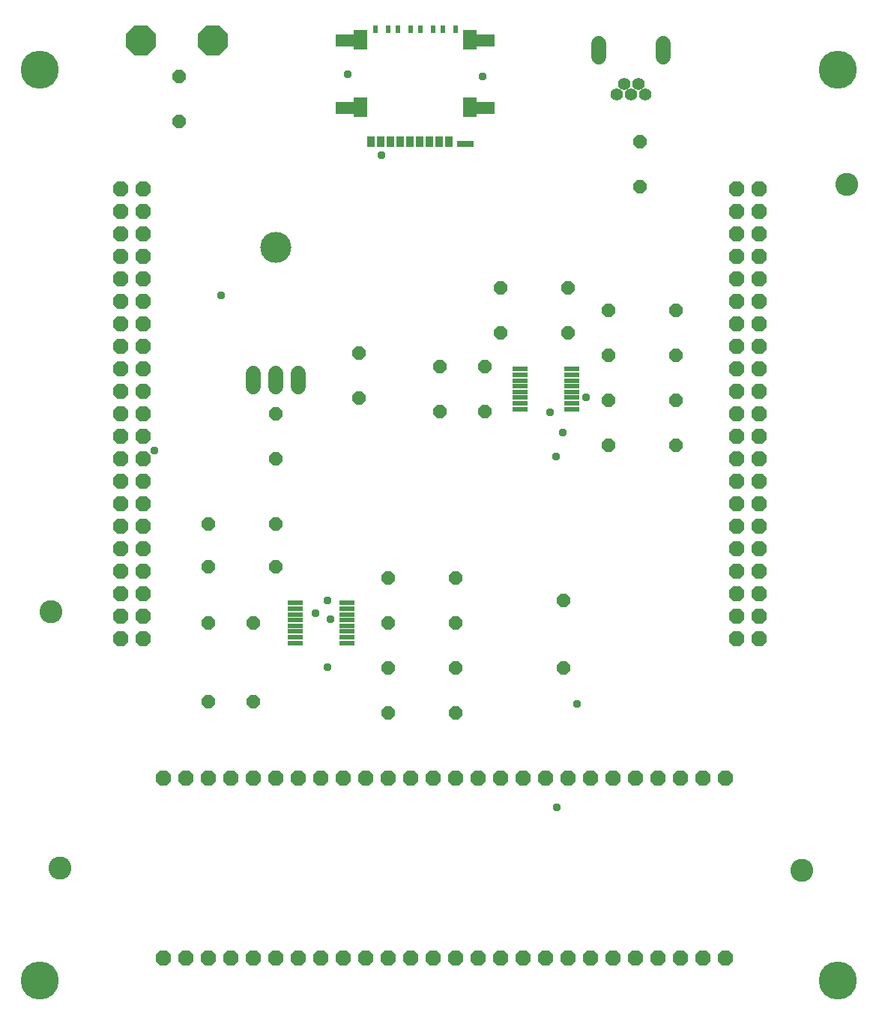
<source format=gbr>
G04 EAGLE Gerber RS-274X export*
G75*
%MOMM*%
%FSLAX34Y34*%
%LPD*%
%INSoldermask Top*%
%IPPOS*%
%AMOC8*
5,1,8,0,0,1.08239X$1,22.5*%
G01*
%ADD10P,1.852186X8X112.500000*%
%ADD11R,0.532569X0.903509*%
%ADD12R,0.531500X0.902950*%
%ADD13R,0.534219X0.912209*%
%ADD14R,0.529544X0.910841*%
%ADD15R,0.527481X0.905869*%
%ADD16R,0.530262X0.902131*%
%ADD17R,0.527909X0.907900*%
%ADD18R,0.526250X0.905750*%
%ADD19R,1.908319X0.691791*%
%ADD20R,0.873200X1.153200*%
%ADD21R,1.553200X2.203200*%
%ADD22R,2.743200X1.473200*%
%ADD23P,1.852186X8X22.500000*%
%ADD24C,1.727200*%
%ADD25C,3.505200*%
%ADD26P,1.649562X8X292.500000*%
%ADD27C,1.711200*%
%ADD28C,1.411200*%
%ADD29C,4.303200*%
%ADD30R,1.676400X0.558800*%
%ADD31P,1.649562X8X202.500000*%
%ADD32P,1.649562X8X22.500000*%
%ADD33P,3.656530X8X22.500000*%
%ADD34C,2.603200*%
%ADD35C,0.959600*%


D10*
X142240Y220980D03*
X167640Y220980D03*
X142240Y246380D03*
X167640Y246380D03*
X142240Y271780D03*
X167640Y271780D03*
X142240Y297180D03*
X167640Y297180D03*
X142240Y322580D03*
X167640Y322580D03*
X142240Y347980D03*
X167640Y347980D03*
X142240Y373380D03*
X167640Y373380D03*
X142240Y398780D03*
X167640Y398780D03*
X142240Y424180D03*
X167640Y424180D03*
X142240Y449580D03*
X167640Y449580D03*
X142240Y474980D03*
X167640Y474980D03*
X142240Y500380D03*
X167640Y500380D03*
X142240Y525780D03*
X167640Y525780D03*
X142240Y551180D03*
X167640Y551180D03*
X142240Y576580D03*
X167640Y576580D03*
X142240Y601980D03*
X167640Y601980D03*
X142240Y627380D03*
X167640Y627380D03*
X142240Y652780D03*
X167640Y652780D03*
X142240Y678180D03*
X167640Y678180D03*
X142240Y703580D03*
X167640Y703580D03*
X142240Y728980D03*
X167640Y728980D03*
X838200Y220980D03*
X863600Y220980D03*
X838200Y246380D03*
X863600Y246380D03*
X838200Y271780D03*
X863600Y271780D03*
X838200Y297180D03*
X863600Y297180D03*
X838200Y322580D03*
X863600Y322580D03*
X838200Y347980D03*
X863600Y347980D03*
X838200Y373380D03*
X863600Y373380D03*
X838200Y398780D03*
X863600Y398780D03*
X838200Y424180D03*
X863600Y424180D03*
X838200Y449580D03*
X863600Y449580D03*
X838200Y474980D03*
X863600Y474980D03*
X838200Y500380D03*
X863600Y500380D03*
X838200Y525780D03*
X863600Y525780D03*
X838200Y551180D03*
X863600Y551180D03*
X838200Y576580D03*
X863600Y576580D03*
X838200Y601980D03*
X863600Y601980D03*
X838200Y627380D03*
X863600Y627380D03*
X838200Y652780D03*
X863600Y652780D03*
X838200Y678180D03*
X863600Y678180D03*
X838200Y703580D03*
X863600Y703580D03*
X838200Y728980D03*
X863600Y728980D03*
D11*
X520393Y909378D03*
D12*
X505788Y909375D03*
D13*
X495001Y909421D03*
D14*
X469578Y909414D03*
D15*
X444167Y909389D03*
D16*
X480381Y909371D03*
D17*
X454970Y909400D03*
D18*
X429561Y909389D03*
D19*
X531422Y779819D03*
D20*
X424680Y782110D03*
X435680Y782110D03*
X446680Y782110D03*
X457680Y782110D03*
X468680Y782110D03*
X479680Y782110D03*
X490680Y782110D03*
X501680Y782110D03*
X512680Y782110D03*
D21*
X536730Y821160D03*
X413230Y821160D03*
X536730Y897360D03*
X413230Y897360D03*
D22*
X551180Y820420D03*
X551180Y896620D03*
X398780Y820420D03*
X398780Y896620D03*
D23*
X190500Y63500D03*
X215900Y63500D03*
X241300Y63500D03*
X266700Y63500D03*
X292100Y63500D03*
X317500Y63500D03*
X342900Y63500D03*
X368300Y63500D03*
X393700Y63500D03*
X419100Y63500D03*
X444500Y63500D03*
X469900Y63500D03*
X495300Y63500D03*
X520700Y63500D03*
X546100Y63500D03*
X571500Y63500D03*
X596900Y63500D03*
X622300Y63500D03*
X647700Y63500D03*
X673100Y63500D03*
X698500Y63500D03*
X723900Y63500D03*
X749300Y63500D03*
X774700Y63500D03*
X800100Y63500D03*
X825500Y63500D03*
X190500Y-139700D03*
X215900Y-139700D03*
X241300Y-139700D03*
X266700Y-139700D03*
X292100Y-139700D03*
X317500Y-139700D03*
X342900Y-139700D03*
X368300Y-139700D03*
X393700Y-139700D03*
X419100Y-139700D03*
X444500Y-139700D03*
X469900Y-139700D03*
X495300Y-139700D03*
X520700Y-139700D03*
X546100Y-139700D03*
X571500Y-139700D03*
X596900Y-139700D03*
X622300Y-139700D03*
X647700Y-139700D03*
X673100Y-139700D03*
X698500Y-139700D03*
X723900Y-139700D03*
X749300Y-139700D03*
X774700Y-139700D03*
X800100Y-139700D03*
X825500Y-139700D03*
D24*
X292100Y505460D02*
X292100Y520700D01*
X317500Y520700D02*
X317500Y505460D01*
X342900Y505460D02*
X342900Y520700D01*
D25*
X317500Y662940D03*
D26*
X317500Y474980D03*
X317500Y424180D03*
X411480Y543560D03*
X411480Y492760D03*
D27*
X755320Y878310D02*
X755320Y893390D01*
X682320Y893390D02*
X682320Y878310D01*
D28*
X710820Y847350D03*
X718820Y835350D03*
X734820Y835350D03*
X702820Y835350D03*
X726820Y847350D03*
D29*
X50800Y-165100D03*
X952500Y863600D03*
X952500Y-165100D03*
X50800Y863600D03*
D30*
X397510Y215900D03*
X397510Y222504D03*
X397510Y229108D03*
X397510Y235458D03*
X397510Y242062D03*
X397510Y248412D03*
X397510Y255016D03*
X397510Y261620D03*
X339090Y261620D03*
X339090Y255016D03*
X339090Y248412D03*
X339090Y242062D03*
X339090Y235458D03*
X339090Y229108D03*
X339090Y222504D03*
X339090Y215900D03*
D26*
X728980Y782320D03*
X728980Y731520D03*
D31*
X292100Y238760D03*
X241300Y238760D03*
X292100Y149860D03*
X241300Y149860D03*
X317500Y302260D03*
X241300Y302260D03*
D32*
X444500Y137160D03*
X520700Y137160D03*
X444500Y187960D03*
X520700Y187960D03*
X444500Y238760D03*
X520700Y238760D03*
X444500Y289560D03*
X520700Y289560D03*
D33*
X165100Y896620D03*
X246380Y896620D03*
D26*
X208280Y855980D03*
X208280Y805180D03*
D30*
X651510Y480060D03*
X651510Y486664D03*
X651510Y493268D03*
X651510Y499618D03*
X651510Y506222D03*
X651510Y512572D03*
X651510Y519176D03*
X651510Y525780D03*
X593090Y525780D03*
X593090Y519176D03*
X593090Y512572D03*
X593090Y506222D03*
X593090Y499618D03*
X593090Y493268D03*
X593090Y486664D03*
X593090Y480060D03*
D31*
X553720Y528320D03*
X502920Y528320D03*
X553720Y477520D03*
X502920Y477520D03*
D32*
X571500Y617220D03*
X647700Y617220D03*
D26*
X642620Y264160D03*
X642620Y187960D03*
D32*
X693420Y439420D03*
X769620Y439420D03*
X693420Y490220D03*
X769620Y490220D03*
X693420Y541020D03*
X769620Y541020D03*
X693420Y591820D03*
X769620Y591820D03*
X571500Y566420D03*
X647700Y566420D03*
D34*
X63500Y251460D03*
X911860Y-40640D03*
D31*
X317500Y350520D03*
X241300Y350520D03*
D34*
X73660Y-38100D03*
X962660Y734060D03*
D35*
X398780Y858520D03*
X551180Y855980D03*
X436880Y767080D03*
X255524Y609092D03*
X668020Y493776D03*
X378968Y242824D03*
X179832Y433832D03*
X361696Y249936D03*
X375920Y264160D03*
X657352Y147320D03*
X641096Y454152D03*
X375920Y188976D03*
X635000Y30480D03*
X626872Y476504D03*
X633984Y426720D03*
M02*

</source>
